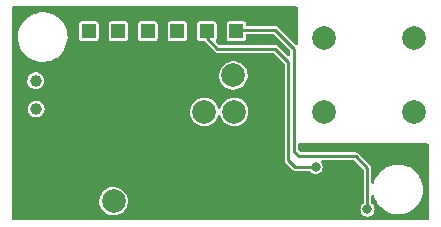
<source format=gbr>
%TF.GenerationSoftware,KiCad,Pcbnew,(5.99.0-10548-gc49af57c2a)*%
%TF.CreationDate,2021-06-24T16:08:38+08:00*%
%TF.ProjectId,facegate-relay-v3-new,66616365-6761-4746-952d-72656c61792d,v01*%
%TF.SameCoordinates,Original*%
%TF.FileFunction,Copper,L2,Bot*%
%TF.FilePolarity,Positive*%
%FSLAX46Y46*%
G04 Gerber Fmt 4.6, Leading zero omitted, Abs format (unit mm)*
G04 Created by KiCad (PCBNEW (5.99.0-10548-gc49af57c2a)) date 2021-06-24 16:08:38*
%MOMM*%
%LPD*%
G01*
G04 APERTURE LIST*
%TA.AperFunction,ComponentPad*%
%ADD10C,2.000000*%
%TD*%
%TA.AperFunction,ComponentPad*%
%ADD11C,1.000000*%
%TD*%
%TA.AperFunction,ComponentPad*%
%ADD12R,1.240000X1.240000*%
%TD*%
%TA.AperFunction,ViaPad*%
%ADD13C,0.800000*%
%TD*%
%TA.AperFunction,Conductor*%
%ADD14C,0.250000*%
%TD*%
G04 APERTURE END LIST*
D10*
%TO.P,NO,2,2*%
%TO.N,Net-(J9-Pad2)*%
X117700000Y-61100000D03*
%TO.P,NO,1,1*%
%TO.N,Net-(J9-Pad1)*%
X125300000Y-61100000D03*
%TD*%
%TO.P,K1,1,1*%
%TO.N,Net-(D1-Pad2)*%
X107575100Y-67330000D03*
%TO.P,K1,2,2*%
%TO.N,Net-(D1-Pad1)*%
X110115100Y-67330000D03*
%TO.P,K1,3,3*%
%TO.N,Net-(J9-Pad2)*%
X117735100Y-67330000D03*
%TO.P,K1,4,4*%
%TO.N,Net-(J9-Pad1)*%
X125355100Y-67330000D03*
%TD*%
D11*
%TO.P,PB,01,01*%
%TO.N,Net-(IC1-Pad2)*%
X93350000Y-67100000D03*
%TD*%
D10*
%TO.P,J-VIN,01,01*%
%TO.N,Net-(J10-Pad01)*%
X110050000Y-64250000D03*
%TD*%
D12*
%TO.P,KILL,01,01*%
%TO.N,Net-(IC1-Pad8)*%
X100300000Y-60500000D03*
%TD*%
%TO.P,LED,01,01*%
%TO.N,Net-(J12-Pad01)*%
X97800000Y-60500000D03*
%TD*%
%TO.P,3.3V,01,01*%
%TO.N,Net-(J6-Pad01)*%
X102800000Y-60500000D03*
%TD*%
D10*
%TO.P,5V-IN,01,01*%
%TO.N,Net-(C1-Pad2)*%
X99900000Y-74900000D03*
%TD*%
D11*
%TO.P,LED,01,01*%
%TO.N,Net-(J13-Pad01)*%
X93300000Y-64700000D03*
%TD*%
D12*
%TO.P,INT,01,01*%
%TO.N,Net-(IC1-Pad5)*%
X105300000Y-60500000D03*
%TD*%
D10*
%TO.P,5V-GND,01,01*%
%TO.N,Earth*%
X97500000Y-74900000D03*
%TD*%
D12*
%TO.P,R-IN,01,01*%
%TO.N,Net-(J4-Pad01)*%
X110300000Y-60500000D03*
%TD*%
D10*
%TO.P,GND,01,01*%
%TO.N,Earth*%
X112500000Y-64200000D03*
%TD*%
D12*
%TO.P,5V,01,01*%
%TO.N,Net-(D1-Pad1)*%
X107800000Y-60500000D03*
%TD*%
D13*
%TO.N,Net-(D1-Pad1)*%
X117000000Y-72000000D03*
%TO.N,Net-(J4-Pad01)*%
X121400000Y-75600000D03*
%TO.N,Earth*%
X96500000Y-63900000D03*
X94400000Y-73000000D03*
X104700000Y-71900000D03*
X117700000Y-74400000D03*
%TD*%
D14*
%TO.N,Net-(J4-Pad01)*%
X121400000Y-72100000D02*
X121400000Y-75600000D01*
X115200000Y-70700000D02*
X115600000Y-71100000D01*
X113600000Y-60400000D02*
X115200000Y-62000000D01*
X110400000Y-60400000D02*
X113600000Y-60400000D01*
X120400000Y-71100000D02*
X121400000Y-72100000D01*
X110300000Y-60500000D02*
X110400000Y-60400000D01*
X115200000Y-62000000D02*
X115200000Y-70700000D01*
X115600000Y-71100000D02*
X120400000Y-71100000D01*
%TO.N,Net-(D1-Pad1)*%
X114700000Y-71400000D02*
X115300000Y-72000000D01*
X115300000Y-72000000D02*
X117000000Y-72000000D01*
X113610277Y-62000000D02*
X114700000Y-63089723D01*
X108700000Y-62000000D02*
X113610277Y-62000000D01*
X114700000Y-63089723D02*
X114700000Y-71400000D01*
X107800000Y-61100000D02*
X108700000Y-62000000D01*
X107800000Y-60500000D02*
X107800000Y-61100000D01*
X117000000Y-72000000D02*
X116900000Y-72000000D01*
%TD*%
%TA.AperFunction,Conductor*%
%TO.N,Earth*%
G36*
X115442121Y-58420002D02*
G01*
X115488614Y-58473658D01*
X115500000Y-58526000D01*
X115500000Y-61535484D01*
X115479998Y-61603605D01*
X115426342Y-61650098D01*
X115356068Y-61660202D01*
X115291488Y-61630708D01*
X115284905Y-61624579D01*
X113843935Y-60183608D01*
X113836508Y-60175504D01*
X113819527Y-60155267D01*
X113819528Y-60155267D01*
X113812441Y-60146822D01*
X113800312Y-60139819D01*
X113779816Y-60127985D01*
X113770548Y-60122081D01*
X113748707Y-60106789D01*
X113748706Y-60106789D01*
X113739675Y-60100465D01*
X113729028Y-60097613D01*
X113725872Y-60096141D01*
X113722586Y-60094945D01*
X113713038Y-60089432D01*
X113702181Y-60087518D01*
X113702179Y-60087517D01*
X113684634Y-60084424D01*
X113675932Y-60082889D01*
X113665200Y-60080510D01*
X113639456Y-60073611D01*
X113639451Y-60073611D01*
X113628805Y-60070758D01*
X113617825Y-60071719D01*
X113617817Y-60071718D01*
X113591510Y-60074020D01*
X113580528Y-60074500D01*
X111251500Y-60074500D01*
X111183379Y-60054498D01*
X111136886Y-60000842D01*
X111125500Y-59948500D01*
X111125500Y-59880000D01*
X111109857Y-59801359D01*
X111102965Y-59791044D01*
X111102964Y-59791042D01*
X111072203Y-59745006D01*
X111065310Y-59734690D01*
X111054994Y-59727797D01*
X111008958Y-59697036D01*
X111008956Y-59697035D01*
X110998641Y-59690143D01*
X110986474Y-59687723D01*
X110986472Y-59687722D01*
X110939963Y-59678471D01*
X110920000Y-59674500D01*
X109680000Y-59674500D01*
X109660037Y-59678471D01*
X109613528Y-59687722D01*
X109613526Y-59687723D01*
X109601359Y-59690143D01*
X109591044Y-59697035D01*
X109591042Y-59697036D01*
X109545006Y-59727797D01*
X109534690Y-59734690D01*
X109527797Y-59745006D01*
X109497036Y-59791042D01*
X109497035Y-59791044D01*
X109490143Y-59801359D01*
X109474500Y-59880000D01*
X109474500Y-61120000D01*
X109490143Y-61198641D01*
X109497035Y-61208956D01*
X109497036Y-61208958D01*
X109527797Y-61254994D01*
X109534690Y-61265310D01*
X109545006Y-61272203D01*
X109591042Y-61302964D01*
X109591044Y-61302965D01*
X109601359Y-61309857D01*
X109613526Y-61312277D01*
X109613528Y-61312278D01*
X109655169Y-61320561D01*
X109680000Y-61325500D01*
X110920000Y-61325500D01*
X110944831Y-61320561D01*
X110986472Y-61312278D01*
X110986474Y-61312277D01*
X110998641Y-61309857D01*
X111008956Y-61302965D01*
X111008958Y-61302964D01*
X111054994Y-61272203D01*
X111065310Y-61265310D01*
X111072203Y-61254994D01*
X111102964Y-61208958D01*
X111102965Y-61208956D01*
X111109857Y-61198641D01*
X111125500Y-61120000D01*
X111125500Y-60851500D01*
X111145502Y-60783379D01*
X111199158Y-60736886D01*
X111251500Y-60725500D01*
X113412983Y-60725500D01*
X113481104Y-60745502D01*
X113502078Y-60762405D01*
X114837595Y-62097921D01*
X114871620Y-62160233D01*
X114874500Y-62187016D01*
X114874500Y-62499706D01*
X114854498Y-62567827D01*
X114800842Y-62614320D01*
X114730568Y-62624424D01*
X114665988Y-62594930D01*
X114659405Y-62588801D01*
X113854212Y-61783608D01*
X113846785Y-61775504D01*
X113841417Y-61769106D01*
X113822718Y-61746822D01*
X113813168Y-61741308D01*
X113790093Y-61727985D01*
X113780825Y-61722081D01*
X113758984Y-61706789D01*
X113758983Y-61706789D01*
X113749952Y-61700465D01*
X113739305Y-61697613D01*
X113736149Y-61696141D01*
X113732863Y-61694945D01*
X113723315Y-61689432D01*
X113712458Y-61687518D01*
X113712456Y-61687517D01*
X113694911Y-61684424D01*
X113686209Y-61682889D01*
X113675477Y-61680510D01*
X113649733Y-61673611D01*
X113649728Y-61673611D01*
X113639082Y-61670758D01*
X113628102Y-61671719D01*
X113628094Y-61671718D01*
X113601787Y-61674020D01*
X113590805Y-61674500D01*
X108887017Y-61674500D01*
X108818896Y-61654498D01*
X108797922Y-61637595D01*
X108582484Y-61422157D01*
X108548458Y-61359845D01*
X108553523Y-61289030D01*
X108566814Y-61263061D01*
X108602962Y-61208961D01*
X108602963Y-61208958D01*
X108609857Y-61198641D01*
X108625500Y-61120000D01*
X108625500Y-59880000D01*
X108609857Y-59801359D01*
X108602965Y-59791044D01*
X108602964Y-59791042D01*
X108572203Y-59745006D01*
X108565310Y-59734690D01*
X108554994Y-59727797D01*
X108508958Y-59697036D01*
X108508956Y-59697035D01*
X108498641Y-59690143D01*
X108486474Y-59687723D01*
X108486472Y-59687722D01*
X108439963Y-59678471D01*
X108420000Y-59674500D01*
X107180000Y-59674500D01*
X107160037Y-59678471D01*
X107113528Y-59687722D01*
X107113526Y-59687723D01*
X107101359Y-59690143D01*
X107091044Y-59697035D01*
X107091042Y-59697036D01*
X107045006Y-59727797D01*
X107034690Y-59734690D01*
X107027797Y-59745006D01*
X106997036Y-59791042D01*
X106997035Y-59791044D01*
X106990143Y-59801359D01*
X106974500Y-59880000D01*
X106974500Y-61120000D01*
X106990143Y-61198641D01*
X106997035Y-61208956D01*
X106997036Y-61208958D01*
X107027797Y-61254994D01*
X107034690Y-61265310D01*
X107045006Y-61272203D01*
X107091042Y-61302964D01*
X107091044Y-61302965D01*
X107101359Y-61309857D01*
X107113526Y-61312277D01*
X107113528Y-61312278D01*
X107155169Y-61320561D01*
X107180000Y-61325500D01*
X107512983Y-61325500D01*
X107581104Y-61345502D01*
X107602078Y-61362405D01*
X108456065Y-62216392D01*
X108463492Y-62224496D01*
X108487559Y-62253178D01*
X108497108Y-62258691D01*
X108497109Y-62258692D01*
X108520184Y-62272015D01*
X108529452Y-62277919D01*
X108551295Y-62293213D01*
X108551298Y-62293215D01*
X108560325Y-62299535D01*
X108570970Y-62302388D01*
X108574134Y-62303863D01*
X108577418Y-62305058D01*
X108586962Y-62310568D01*
X108597816Y-62312482D01*
X108597819Y-62312483D01*
X108624067Y-62317112D01*
X108634795Y-62319490D01*
X108660541Y-62326388D01*
X108660543Y-62326388D01*
X108671194Y-62329242D01*
X108708490Y-62325979D01*
X108719472Y-62325500D01*
X113423260Y-62325500D01*
X113491381Y-62345502D01*
X113512355Y-62362405D01*
X114337595Y-63187645D01*
X114371621Y-63249957D01*
X114374500Y-63276740D01*
X114374500Y-71380528D01*
X114374020Y-71391510D01*
X114371718Y-71417817D01*
X114371719Y-71417825D01*
X114370758Y-71428805D01*
X114373611Y-71439451D01*
X114373611Y-71439456D01*
X114380510Y-71465200D01*
X114382889Y-71475932D01*
X114389432Y-71513038D01*
X114394945Y-71522586D01*
X114396141Y-71525872D01*
X114397613Y-71529028D01*
X114400465Y-71539675D01*
X114406789Y-71548706D01*
X114406789Y-71548707D01*
X114422081Y-71570548D01*
X114427985Y-71579816D01*
X114438542Y-71598100D01*
X114446822Y-71612441D01*
X114455267Y-71619527D01*
X114475504Y-71636508D01*
X114483608Y-71643935D01*
X115056065Y-72216392D01*
X115063492Y-72224496D01*
X115087559Y-72253178D01*
X115097108Y-72258691D01*
X115097109Y-72258692D01*
X115120184Y-72272015D01*
X115129452Y-72277919D01*
X115151295Y-72293213D01*
X115151298Y-72293215D01*
X115160325Y-72299535D01*
X115170970Y-72302388D01*
X115174134Y-72303863D01*
X115177418Y-72305058D01*
X115186962Y-72310568D01*
X115197816Y-72312482D01*
X115197819Y-72312483D01*
X115224067Y-72317112D01*
X115234795Y-72319490D01*
X115260541Y-72326388D01*
X115260543Y-72326388D01*
X115271194Y-72329242D01*
X115308490Y-72325979D01*
X115319472Y-72325500D01*
X116430942Y-72325500D01*
X116499063Y-72345502D01*
X116530905Y-72374796D01*
X116571847Y-72428153D01*
X116697250Y-72524378D01*
X116843285Y-72584868D01*
X117000000Y-72605500D01*
X117008188Y-72604422D01*
X117148527Y-72585946D01*
X117156715Y-72584868D01*
X117302750Y-72524378D01*
X117428153Y-72428153D01*
X117524378Y-72302750D01*
X117584868Y-72156715D01*
X117605500Y-72000000D01*
X117584868Y-71843285D01*
X117524378Y-71697250D01*
X117519350Y-71690697D01*
X117519348Y-71690694D01*
X117471398Y-71628204D01*
X117445797Y-71561984D01*
X117460062Y-71492435D01*
X117509663Y-71441639D01*
X117571360Y-71425500D01*
X120212982Y-71425500D01*
X120281103Y-71445502D01*
X120302077Y-71462404D01*
X121037595Y-72197921D01*
X121071620Y-72260234D01*
X121074500Y-72287017D01*
X121074500Y-75030942D01*
X121054498Y-75099063D01*
X121025204Y-75130905D01*
X120971847Y-75171847D01*
X120875622Y-75297250D01*
X120815132Y-75443285D01*
X120794500Y-75600000D01*
X120815132Y-75756715D01*
X120875622Y-75902750D01*
X120971847Y-76028153D01*
X121097250Y-76124378D01*
X121243285Y-76184868D01*
X121400000Y-76205500D01*
X121408188Y-76204422D01*
X121548527Y-76185946D01*
X121556715Y-76184868D01*
X121702750Y-76124378D01*
X121828153Y-76028153D01*
X121924378Y-75902750D01*
X121984868Y-75756715D01*
X122005500Y-75600000D01*
X121984868Y-75443285D01*
X121924378Y-75297250D01*
X121828153Y-75171847D01*
X121774796Y-75130905D01*
X121732929Y-75073567D01*
X121725500Y-75030942D01*
X121725500Y-74498795D01*
X121745502Y-74430674D01*
X121799158Y-74384181D01*
X121869432Y-74374077D01*
X121934012Y-74403571D01*
X121970707Y-74457981D01*
X122059017Y-74715914D01*
X122187708Y-74971787D01*
X122226468Y-75028183D01*
X122331783Y-75181418D01*
X122349933Y-75207827D01*
X122542693Y-75419666D01*
X122545982Y-75422416D01*
X122759126Y-75600633D01*
X122759131Y-75600637D01*
X122762418Y-75603385D01*
X122823048Y-75641418D01*
X123001404Y-75753301D01*
X123001408Y-75753303D01*
X123005044Y-75755584D01*
X123008954Y-75757349D01*
X123008955Y-75757350D01*
X123262170Y-75871681D01*
X123262174Y-75871683D01*
X123266082Y-75873447D01*
X123540699Y-75954793D01*
X123544933Y-75955441D01*
X123544938Y-75955442D01*
X123793635Y-75993498D01*
X123823816Y-75998116D01*
X123969700Y-76000407D01*
X124105902Y-76002547D01*
X124105908Y-76002547D01*
X124110193Y-76002614D01*
X124394531Y-75968206D01*
X124671569Y-75895526D01*
X124936179Y-75785921D01*
X124986160Y-75756715D01*
X125179769Y-75643579D01*
X125179770Y-75643579D01*
X125183467Y-75641418D01*
X125408854Y-75464691D01*
X125608173Y-75259011D01*
X125777732Y-75028183D01*
X125914397Y-74776479D01*
X126015636Y-74508556D01*
X126079578Y-74229373D01*
X126105038Y-73944094D01*
X126105500Y-73900000D01*
X126094798Y-73743016D01*
X126086312Y-73618528D01*
X126086311Y-73618522D01*
X126086020Y-73614251D01*
X126081500Y-73592422D01*
X126028808Y-73337986D01*
X126027939Y-73333789D01*
X125932332Y-73063805D01*
X125800969Y-72809294D01*
X125790431Y-72794299D01*
X125718625Y-72692130D01*
X125636281Y-72574966D01*
X125441314Y-72365157D01*
X125437998Y-72362443D01*
X125437995Y-72362440D01*
X125222995Y-72186463D01*
X125222988Y-72186458D01*
X125219677Y-72183748D01*
X124975470Y-72034098D01*
X124971553Y-72032379D01*
X124971550Y-72032377D01*
X124838849Y-71974126D01*
X124713213Y-71918976D01*
X124709085Y-71917800D01*
X124709082Y-71917799D01*
X124624598Y-71893733D01*
X124437758Y-71840510D01*
X124433516Y-71839906D01*
X124433510Y-71839905D01*
X124224946Y-71810222D01*
X124154203Y-71800154D01*
X124003813Y-71799367D01*
X123872081Y-71798677D01*
X123872075Y-71798677D01*
X123867795Y-71798655D01*
X123863551Y-71799214D01*
X123863547Y-71799214D01*
X123738910Y-71815623D01*
X123583832Y-71836039D01*
X123579692Y-71837172D01*
X123579690Y-71837172D01*
X123421410Y-71880473D01*
X123307571Y-71911616D01*
X123276291Y-71924958D01*
X123048065Y-72022304D01*
X123048058Y-72022308D01*
X123044123Y-72023986D01*
X123040442Y-72026189D01*
X122802045Y-72168866D01*
X122802041Y-72168869D01*
X122798363Y-72171070D01*
X122795020Y-72173748D01*
X122795016Y-72173751D01*
X122718783Y-72234826D01*
X122574838Y-72350148D01*
X122571894Y-72353250D01*
X122571890Y-72353254D01*
X122409499Y-72524378D01*
X122377684Y-72557904D01*
X122210551Y-72790495D01*
X122076530Y-73043616D01*
X121978102Y-73312584D01*
X121977188Y-73316776D01*
X121974608Y-73328609D01*
X121940553Y-73390905D01*
X121878225Y-73424900D01*
X121807411Y-73419802D01*
X121750596Y-73377228D01*
X121725817Y-73310696D01*
X121725500Y-73301767D01*
X121725500Y-72119484D01*
X121725979Y-72108502D01*
X121728282Y-72082174D01*
X121729243Y-72071195D01*
X121719490Y-72034798D01*
X121717110Y-72024064D01*
X121712483Y-71997820D01*
X121712482Y-71997818D01*
X121710568Y-71986962D01*
X121705054Y-71977411D01*
X121703858Y-71974126D01*
X121702388Y-71970974D01*
X121699535Y-71960326D01*
X121677926Y-71929465D01*
X121672021Y-71920195D01*
X121658692Y-71897108D01*
X121658689Y-71897104D01*
X121653178Y-71887559D01*
X121624490Y-71863487D01*
X121616397Y-71856071D01*
X120643923Y-70883596D01*
X120636508Y-70875504D01*
X120619527Y-70855267D01*
X120619528Y-70855267D01*
X120612441Y-70846822D01*
X120602891Y-70841308D01*
X120579816Y-70827985D01*
X120570548Y-70822081D01*
X120548707Y-70806789D01*
X120548706Y-70806789D01*
X120539675Y-70800465D01*
X120529028Y-70797613D01*
X120525872Y-70796141D01*
X120522586Y-70794945D01*
X120513038Y-70789432D01*
X120502181Y-70787518D01*
X120502179Y-70787517D01*
X120484634Y-70784424D01*
X120475932Y-70782889D01*
X120465200Y-70780510D01*
X120439456Y-70773611D01*
X120439451Y-70773611D01*
X120428805Y-70770758D01*
X120417825Y-70771719D01*
X120417817Y-70771718D01*
X120391510Y-70774020D01*
X120380528Y-70774500D01*
X115787017Y-70774500D01*
X115718896Y-70754498D01*
X115697922Y-70737595D01*
X115562405Y-70602078D01*
X115528379Y-70539766D01*
X115525500Y-70512983D01*
X115525500Y-70126000D01*
X115545502Y-70057879D01*
X115599158Y-70011386D01*
X115651500Y-70000000D01*
X126474000Y-70000000D01*
X126542121Y-70020002D01*
X126588614Y-70073658D01*
X126600000Y-70126000D01*
X126600000Y-76374000D01*
X126579998Y-76442121D01*
X126526342Y-76488614D01*
X126474000Y-76500000D01*
X91426000Y-76500000D01*
X91357879Y-76479998D01*
X91311386Y-76426342D01*
X91300000Y-76374000D01*
X91300000Y-74868444D01*
X98694913Y-74868444D01*
X98709342Y-75088582D01*
X98763646Y-75302404D01*
X98856006Y-75502750D01*
X98983331Y-75682910D01*
X99141354Y-75836849D01*
X99146150Y-75840054D01*
X99146153Y-75840056D01*
X99249786Y-75909301D01*
X99324785Y-75959414D01*
X99330088Y-75961692D01*
X99330091Y-75961694D01*
X99496470Y-76033176D01*
X99527480Y-76046499D01*
X99606501Y-76064380D01*
X99737014Y-76093912D01*
X99737019Y-76093913D01*
X99742651Y-76095187D01*
X99748422Y-76095414D01*
X99748424Y-76095414D01*
X99816147Y-76098075D01*
X99963091Y-76103848D01*
X100072254Y-76088020D01*
X100175704Y-76073021D01*
X100175709Y-76073020D01*
X100181418Y-76072192D01*
X100186882Y-76070337D01*
X100186887Y-76070336D01*
X100384853Y-76003135D01*
X100390321Y-76001279D01*
X100582803Y-75893484D01*
X100752417Y-75752417D01*
X100893484Y-75582803D01*
X101001279Y-75390321D01*
X101047026Y-75255555D01*
X101070336Y-75186887D01*
X101070337Y-75186882D01*
X101072192Y-75181418D01*
X101073020Y-75175709D01*
X101073021Y-75175704D01*
X101094410Y-75028183D01*
X101103848Y-74963091D01*
X101105500Y-74900000D01*
X101088585Y-74715914D01*
X101085843Y-74686069D01*
X101085842Y-74686066D01*
X101085314Y-74680315D01*
X101025431Y-74467987D01*
X101013698Y-74444193D01*
X100930413Y-74275309D01*
X100927858Y-74270128D01*
X100911747Y-74248552D01*
X100799314Y-74097987D01*
X100799313Y-74097986D01*
X100795861Y-74093363D01*
X100791625Y-74089447D01*
X100638103Y-73947533D01*
X100638101Y-73947531D01*
X100633862Y-73943613D01*
X100447286Y-73825892D01*
X100242380Y-73744143D01*
X100236720Y-73743017D01*
X100236716Y-73743016D01*
X100031676Y-73702231D01*
X100031673Y-73702231D01*
X100026009Y-73701104D01*
X100020234Y-73701028D01*
X100020230Y-73701028D01*
X99909323Y-73699576D01*
X99805418Y-73698216D01*
X99799721Y-73699195D01*
X99799720Y-73699195D01*
X99593691Y-73734597D01*
X99587994Y-73735576D01*
X99381019Y-73811933D01*
X99376058Y-73814885D01*
X99376057Y-73814885D01*
X99196393Y-73921774D01*
X99196390Y-73921776D01*
X99191425Y-73924730D01*
X99025561Y-74070189D01*
X98888983Y-74243438D01*
X98886294Y-74248549D01*
X98886292Y-74248552D01*
X98833950Y-74348038D01*
X98786263Y-74438675D01*
X98720843Y-74649362D01*
X98694913Y-74868444D01*
X91300000Y-74868444D01*
X91300000Y-67092612D01*
X92644539Y-67092612D01*
X92663140Y-67261102D01*
X92687001Y-67326305D01*
X92711442Y-67393091D01*
X92721395Y-67420290D01*
X92725631Y-67426593D01*
X92725631Y-67426594D01*
X92734557Y-67439877D01*
X92815940Y-67560988D01*
X92941317Y-67675073D01*
X93090288Y-67755957D01*
X93254253Y-67798973D01*
X93342481Y-67800359D01*
X93416147Y-67801516D01*
X93416150Y-67801516D01*
X93423745Y-67801635D01*
X93482841Y-67788100D01*
X93581577Y-67765487D01*
X93581581Y-67765486D01*
X93588980Y-67763791D01*
X93740418Y-67687626D01*
X93869316Y-67577536D01*
X93968234Y-67439877D01*
X94012405Y-67330000D01*
X94025091Y-67298444D01*
X106370013Y-67298444D01*
X106384442Y-67518582D01*
X106438746Y-67732404D01*
X106531106Y-67932750D01*
X106658431Y-68112910D01*
X106816454Y-68266849D01*
X106821250Y-68270054D01*
X106821253Y-68270056D01*
X106895690Y-68319793D01*
X106999885Y-68389414D01*
X107005188Y-68391692D01*
X107005191Y-68391694D01*
X107197273Y-68474219D01*
X107202580Y-68476499D01*
X107281601Y-68494380D01*
X107412114Y-68523912D01*
X107412119Y-68523913D01*
X107417751Y-68525187D01*
X107423522Y-68525414D01*
X107423524Y-68525414D01*
X107491247Y-68528075D01*
X107638191Y-68533848D01*
X107747355Y-68518020D01*
X107850804Y-68503021D01*
X107850809Y-68503020D01*
X107856518Y-68502192D01*
X107861982Y-68500337D01*
X107861987Y-68500336D01*
X108059953Y-68433135D01*
X108065421Y-68431279D01*
X108257903Y-68323484D01*
X108427517Y-68182417D01*
X108568584Y-68012803D01*
X108676379Y-67820321D01*
X108725384Y-67675957D01*
X108766221Y-67617881D01*
X108831974Y-67591103D01*
X108901766Y-67604124D01*
X108953440Y-67652811D01*
X108966819Y-67685442D01*
X108978746Y-67732404D01*
X109071106Y-67932750D01*
X109198431Y-68112910D01*
X109356454Y-68266849D01*
X109361250Y-68270054D01*
X109361253Y-68270056D01*
X109435690Y-68319793D01*
X109539885Y-68389414D01*
X109545188Y-68391692D01*
X109545191Y-68391694D01*
X109737273Y-68474219D01*
X109742580Y-68476499D01*
X109821601Y-68494380D01*
X109952114Y-68523912D01*
X109952119Y-68523913D01*
X109957751Y-68525187D01*
X109963522Y-68525414D01*
X109963524Y-68525414D01*
X110031247Y-68528075D01*
X110178191Y-68533848D01*
X110287355Y-68518020D01*
X110390804Y-68503021D01*
X110390809Y-68503020D01*
X110396518Y-68502192D01*
X110401982Y-68500337D01*
X110401987Y-68500336D01*
X110599953Y-68433135D01*
X110605421Y-68431279D01*
X110797903Y-68323484D01*
X110967517Y-68182417D01*
X111108584Y-68012803D01*
X111216379Y-67820321D01*
X111238228Y-67755957D01*
X111285436Y-67616887D01*
X111285437Y-67616882D01*
X111287292Y-67611418D01*
X111288120Y-67605709D01*
X111288121Y-67605704D01*
X111315004Y-67420290D01*
X111318948Y-67393091D01*
X111320600Y-67330000D01*
X111300414Y-67110315D01*
X111289525Y-67071707D01*
X111242099Y-66903546D01*
X111242098Y-66903544D01*
X111240531Y-66897987D01*
X111228798Y-66874193D01*
X111145513Y-66705309D01*
X111142958Y-66700128D01*
X111126847Y-66678552D01*
X111014414Y-66527987D01*
X111014413Y-66527986D01*
X111010961Y-66523363D01*
X111004211Y-66517123D01*
X110853203Y-66377533D01*
X110853201Y-66377531D01*
X110848962Y-66373613D01*
X110662386Y-66255892D01*
X110457480Y-66174143D01*
X110451820Y-66173017D01*
X110451816Y-66173016D01*
X110246776Y-66132231D01*
X110246773Y-66132231D01*
X110241109Y-66131104D01*
X110235334Y-66131028D01*
X110235330Y-66131028D01*
X110124423Y-66129576D01*
X110020518Y-66128216D01*
X110014821Y-66129195D01*
X110014820Y-66129195D01*
X109808791Y-66164597D01*
X109803094Y-66165576D01*
X109596119Y-66241933D01*
X109591158Y-66244885D01*
X109591157Y-66244885D01*
X109411493Y-66351774D01*
X109411490Y-66351776D01*
X109406525Y-66354730D01*
X109240661Y-66500189D01*
X109104083Y-66673438D01*
X109101394Y-66678549D01*
X109101392Y-66678552D01*
X109058331Y-66760398D01*
X109001363Y-66868675D01*
X108999650Y-66874193D01*
X108999647Y-66874200D01*
X108965524Y-66984092D01*
X108926221Y-67043217D01*
X108861192Y-67071707D01*
X108791083Y-67060517D01*
X108738153Y-67013200D01*
X108723923Y-66980928D01*
X108702100Y-66903548D01*
X108702098Y-66903542D01*
X108700531Y-66897987D01*
X108688798Y-66874193D01*
X108605513Y-66705309D01*
X108602958Y-66700128D01*
X108586847Y-66678552D01*
X108474414Y-66527987D01*
X108474413Y-66527986D01*
X108470961Y-66523363D01*
X108464211Y-66517123D01*
X108313203Y-66377533D01*
X108313201Y-66377531D01*
X108308962Y-66373613D01*
X108122386Y-66255892D01*
X107917480Y-66174143D01*
X107911820Y-66173017D01*
X107911816Y-66173016D01*
X107706776Y-66132231D01*
X107706773Y-66132231D01*
X107701109Y-66131104D01*
X107695334Y-66131028D01*
X107695330Y-66131028D01*
X107584423Y-66129576D01*
X107480518Y-66128216D01*
X107474821Y-66129195D01*
X107474820Y-66129195D01*
X107268791Y-66164597D01*
X107263094Y-66165576D01*
X107056119Y-66241933D01*
X107051158Y-66244885D01*
X107051157Y-66244885D01*
X106871493Y-66351774D01*
X106871490Y-66351776D01*
X106866525Y-66354730D01*
X106700661Y-66500189D01*
X106564083Y-66673438D01*
X106561394Y-66678549D01*
X106561392Y-66678552D01*
X106518331Y-66760398D01*
X106461363Y-66868675D01*
X106426508Y-66980928D01*
X106401795Y-67060517D01*
X106395943Y-67079362D01*
X106370013Y-67298444D01*
X94025091Y-67298444D01*
X94028626Y-67289650D01*
X94028627Y-67289648D01*
X94031461Y-67282597D01*
X94055345Y-67114775D01*
X94055500Y-67100000D01*
X94053695Y-67085081D01*
X94036048Y-66939258D01*
X94036048Y-66939257D01*
X94035135Y-66931715D01*
X94032427Y-66924549D01*
X93977902Y-66780250D01*
X93977901Y-66780248D01*
X93975217Y-66773145D01*
X93970918Y-66766890D01*
X93970916Y-66766886D01*
X93883505Y-66639703D01*
X93883504Y-66639701D01*
X93879203Y-66633444D01*
X93752638Y-66520679D01*
X93602829Y-66441359D01*
X93438423Y-66400063D01*
X93430825Y-66400023D01*
X93430823Y-66400023D01*
X93357792Y-66399641D01*
X93268912Y-66399176D01*
X93261533Y-66400948D01*
X93261529Y-66400948D01*
X93111461Y-66436976D01*
X93111457Y-66436977D01*
X93104082Y-66438748D01*
X92953450Y-66516495D01*
X92825711Y-66627928D01*
X92728240Y-66766615D01*
X92666665Y-66924549D01*
X92665674Y-66932078D01*
X92647010Y-67073845D01*
X92644539Y-67092612D01*
X91300000Y-67092612D01*
X91300000Y-64692612D01*
X92594539Y-64692612D01*
X92613140Y-64861102D01*
X92671395Y-65020290D01*
X92675631Y-65026593D01*
X92675631Y-65026594D01*
X92679875Y-65032910D01*
X92765940Y-65160988D01*
X92891317Y-65275073D01*
X93040288Y-65355957D01*
X93204253Y-65398973D01*
X93292481Y-65400359D01*
X93366147Y-65401516D01*
X93366150Y-65401516D01*
X93373745Y-65401635D01*
X93432841Y-65388100D01*
X93531577Y-65365487D01*
X93531581Y-65365486D01*
X93538980Y-65363791D01*
X93690418Y-65287626D01*
X93819316Y-65177536D01*
X93918234Y-65039877D01*
X93981461Y-64882597D01*
X94000993Y-64745356D01*
X94004764Y-64718859D01*
X94004764Y-64718856D01*
X94005345Y-64714775D01*
X94005500Y-64700000D01*
X93999740Y-64652404D01*
X93986048Y-64539258D01*
X93986048Y-64539257D01*
X93985135Y-64531715D01*
X93982427Y-64524549D01*
X93927902Y-64380250D01*
X93927901Y-64380248D01*
X93925217Y-64373145D01*
X93920918Y-64366890D01*
X93920916Y-64366886D01*
X93833505Y-64239703D01*
X93833504Y-64239701D01*
X93829203Y-64233444D01*
X93812368Y-64218444D01*
X108844913Y-64218444D01*
X108859342Y-64438582D01*
X108913646Y-64652404D01*
X109006006Y-64852750D01*
X109133331Y-65032910D01*
X109291354Y-65186849D01*
X109296150Y-65190054D01*
X109296153Y-65190056D01*
X109423390Y-65275073D01*
X109474785Y-65309414D01*
X109480088Y-65311692D01*
X109480091Y-65311694D01*
X109583116Y-65355957D01*
X109677480Y-65396499D01*
X109756501Y-65414380D01*
X109887014Y-65443912D01*
X109887019Y-65443913D01*
X109892651Y-65445187D01*
X109898422Y-65445414D01*
X109898424Y-65445414D01*
X109966147Y-65448075D01*
X110113091Y-65453848D01*
X110222255Y-65438020D01*
X110325704Y-65423021D01*
X110325709Y-65423020D01*
X110331418Y-65422192D01*
X110336882Y-65420337D01*
X110336887Y-65420336D01*
X110534853Y-65353135D01*
X110540321Y-65351279D01*
X110732803Y-65243484D01*
X110902417Y-65102417D01*
X111043484Y-64932803D01*
X111151279Y-64740321D01*
X111222192Y-64531418D01*
X111223020Y-64525709D01*
X111223021Y-64525704D01*
X111244110Y-64380250D01*
X111253848Y-64313091D01*
X111255500Y-64250000D01*
X111242913Y-64113012D01*
X111235843Y-64036069D01*
X111235842Y-64036066D01*
X111235314Y-64030315D01*
X111175431Y-63817987D01*
X111163698Y-63794193D01*
X111080413Y-63625309D01*
X111077858Y-63620128D01*
X111061747Y-63598552D01*
X110949314Y-63447987D01*
X110949313Y-63447986D01*
X110945861Y-63443363D01*
X110941625Y-63439447D01*
X110788103Y-63297533D01*
X110788101Y-63297531D01*
X110783862Y-63293613D01*
X110597286Y-63175892D01*
X110392380Y-63094143D01*
X110386720Y-63093017D01*
X110386716Y-63093016D01*
X110181676Y-63052231D01*
X110181673Y-63052231D01*
X110176009Y-63051104D01*
X110170234Y-63051028D01*
X110170230Y-63051028D01*
X110059323Y-63049576D01*
X109955418Y-63048216D01*
X109949721Y-63049195D01*
X109949720Y-63049195D01*
X109845408Y-63067119D01*
X109737994Y-63085576D01*
X109531019Y-63161933D01*
X109526058Y-63164885D01*
X109526057Y-63164885D01*
X109346393Y-63271774D01*
X109346390Y-63271776D01*
X109341425Y-63274730D01*
X109175561Y-63420189D01*
X109038983Y-63593438D01*
X109036294Y-63598549D01*
X109036292Y-63598552D01*
X108983950Y-63698038D01*
X108936263Y-63788675D01*
X108870843Y-63999362D01*
X108844913Y-64218444D01*
X93812368Y-64218444D01*
X93805931Y-64212709D01*
X93708309Y-64125732D01*
X93702638Y-64120679D01*
X93552829Y-64041359D01*
X93388423Y-64000063D01*
X93380825Y-64000023D01*
X93380823Y-64000023D01*
X93307792Y-63999641D01*
X93218912Y-63999176D01*
X93211533Y-64000948D01*
X93211529Y-64000948D01*
X93061461Y-64036976D01*
X93061457Y-64036977D01*
X93054082Y-64038748D01*
X92903450Y-64116495D01*
X92775711Y-64227928D01*
X92678240Y-64366615D01*
X92616665Y-64524549D01*
X92615674Y-64532078D01*
X92599142Y-64657651D01*
X92594539Y-64692612D01*
X91300000Y-64692612D01*
X91300000Y-60977952D01*
X91794615Y-60977952D01*
X91811102Y-61263889D01*
X91811927Y-61268096D01*
X91811928Y-61268101D01*
X91824769Y-61333551D01*
X91866243Y-61544943D01*
X91867630Y-61548994D01*
X91867631Y-61548998D01*
X91957628Y-61811859D01*
X91957632Y-61811868D01*
X91959017Y-61815914D01*
X92087708Y-62071787D01*
X92148495Y-62160233D01*
X92247209Y-62303863D01*
X92249933Y-62307827D01*
X92442693Y-62519666D01*
X92445982Y-62522416D01*
X92659126Y-62700633D01*
X92659131Y-62700637D01*
X92662418Y-62703385D01*
X92723048Y-62741418D01*
X92901404Y-62853301D01*
X92901408Y-62853303D01*
X92905044Y-62855584D01*
X92908954Y-62857349D01*
X92908955Y-62857350D01*
X93162170Y-62971681D01*
X93162174Y-62971683D01*
X93166082Y-62973447D01*
X93440699Y-63054793D01*
X93444933Y-63055441D01*
X93444938Y-63055442D01*
X93654943Y-63087577D01*
X93723816Y-63098116D01*
X93869700Y-63100407D01*
X94005902Y-63102547D01*
X94005908Y-63102547D01*
X94010193Y-63102614D01*
X94294531Y-63068206D01*
X94571569Y-62995526D01*
X94836179Y-62885921D01*
X94976549Y-62803896D01*
X95079769Y-62743579D01*
X95079770Y-62743579D01*
X95083467Y-62741418D01*
X95308854Y-62564691D01*
X95508173Y-62359011D01*
X95677732Y-62128183D01*
X95814397Y-61876479D01*
X95915636Y-61608556D01*
X95979578Y-61329373D01*
X96005038Y-61044094D01*
X96005500Y-61000000D01*
X95989303Y-60762405D01*
X95986312Y-60718528D01*
X95986311Y-60718522D01*
X95986020Y-60714251D01*
X95981500Y-60692422D01*
X95928808Y-60437986D01*
X95927939Y-60433789D01*
X95832332Y-60163805D01*
X95775914Y-60054498D01*
X95702934Y-59913101D01*
X95702934Y-59913100D01*
X95700969Y-59909294D01*
X95690431Y-59894299D01*
X95680381Y-59880000D01*
X96974500Y-59880000D01*
X96974500Y-61120000D01*
X96990143Y-61198641D01*
X96997035Y-61208956D01*
X96997036Y-61208958D01*
X97027797Y-61254994D01*
X97034690Y-61265310D01*
X97045006Y-61272203D01*
X97091042Y-61302964D01*
X97091044Y-61302965D01*
X97101359Y-61309857D01*
X97113526Y-61312277D01*
X97113528Y-61312278D01*
X97155169Y-61320561D01*
X97180000Y-61325500D01*
X98420000Y-61325500D01*
X98444831Y-61320561D01*
X98486472Y-61312278D01*
X98486474Y-61312277D01*
X98498641Y-61309857D01*
X98508956Y-61302965D01*
X98508958Y-61302964D01*
X98554994Y-61272203D01*
X98565310Y-61265310D01*
X98572203Y-61254994D01*
X98602964Y-61208958D01*
X98602965Y-61208956D01*
X98609857Y-61198641D01*
X98625500Y-61120000D01*
X98625500Y-59880000D01*
X99474500Y-59880000D01*
X99474500Y-61120000D01*
X99490143Y-61198641D01*
X99497035Y-61208956D01*
X99497036Y-61208958D01*
X99527797Y-61254994D01*
X99534690Y-61265310D01*
X99545006Y-61272203D01*
X99591042Y-61302964D01*
X99591044Y-61302965D01*
X99601359Y-61309857D01*
X99613526Y-61312277D01*
X99613528Y-61312278D01*
X99655169Y-61320561D01*
X99680000Y-61325500D01*
X100920000Y-61325500D01*
X100944831Y-61320561D01*
X100986472Y-61312278D01*
X100986474Y-61312277D01*
X100998641Y-61309857D01*
X101008956Y-61302965D01*
X101008958Y-61302964D01*
X101054994Y-61272203D01*
X101065310Y-61265310D01*
X101072203Y-61254994D01*
X101102964Y-61208958D01*
X101102965Y-61208956D01*
X101109857Y-61198641D01*
X101125500Y-61120000D01*
X101125500Y-59880000D01*
X101974500Y-59880000D01*
X101974500Y-61120000D01*
X101990143Y-61198641D01*
X101997035Y-61208956D01*
X101997036Y-61208958D01*
X102027797Y-61254994D01*
X102034690Y-61265310D01*
X102045006Y-61272203D01*
X102091042Y-61302964D01*
X102091044Y-61302965D01*
X102101359Y-61309857D01*
X102113526Y-61312277D01*
X102113528Y-61312278D01*
X102155169Y-61320561D01*
X102180000Y-61325500D01*
X103420000Y-61325500D01*
X103444831Y-61320561D01*
X103486472Y-61312278D01*
X103486474Y-61312277D01*
X103498641Y-61309857D01*
X103508956Y-61302965D01*
X103508958Y-61302964D01*
X103554994Y-61272203D01*
X103565310Y-61265310D01*
X103572203Y-61254994D01*
X103602964Y-61208958D01*
X103602965Y-61208956D01*
X103609857Y-61198641D01*
X103625500Y-61120000D01*
X103625500Y-59880000D01*
X104474500Y-59880000D01*
X104474500Y-61120000D01*
X104490143Y-61198641D01*
X104497035Y-61208956D01*
X104497036Y-61208958D01*
X104527797Y-61254994D01*
X104534690Y-61265310D01*
X104545006Y-61272203D01*
X104591042Y-61302964D01*
X104591044Y-61302965D01*
X104601359Y-61309857D01*
X104613526Y-61312277D01*
X104613528Y-61312278D01*
X104655169Y-61320561D01*
X104680000Y-61325500D01*
X105920000Y-61325500D01*
X105944831Y-61320561D01*
X105986472Y-61312278D01*
X105986474Y-61312277D01*
X105998641Y-61309857D01*
X106008956Y-61302965D01*
X106008958Y-61302964D01*
X106054994Y-61272203D01*
X106065310Y-61265310D01*
X106072203Y-61254994D01*
X106102964Y-61208958D01*
X106102965Y-61208956D01*
X106109857Y-61198641D01*
X106125500Y-61120000D01*
X106125500Y-59880000D01*
X106109857Y-59801359D01*
X106102965Y-59791044D01*
X106102964Y-59791042D01*
X106072203Y-59745006D01*
X106065310Y-59734690D01*
X106054994Y-59727797D01*
X106008958Y-59697036D01*
X106008956Y-59697035D01*
X105998641Y-59690143D01*
X105986474Y-59687723D01*
X105986472Y-59687722D01*
X105939963Y-59678471D01*
X105920000Y-59674500D01*
X104680000Y-59674500D01*
X104660037Y-59678471D01*
X104613528Y-59687722D01*
X104613526Y-59687723D01*
X104601359Y-59690143D01*
X104591044Y-59697035D01*
X104591042Y-59697036D01*
X104545006Y-59727797D01*
X104534690Y-59734690D01*
X104527797Y-59745006D01*
X104497036Y-59791042D01*
X104497035Y-59791044D01*
X104490143Y-59801359D01*
X104474500Y-59880000D01*
X103625500Y-59880000D01*
X103609857Y-59801359D01*
X103602965Y-59791044D01*
X103602964Y-59791042D01*
X103572203Y-59745006D01*
X103565310Y-59734690D01*
X103554994Y-59727797D01*
X103508958Y-59697036D01*
X103508956Y-59697035D01*
X103498641Y-59690143D01*
X103486474Y-59687723D01*
X103486472Y-59687722D01*
X103439963Y-59678471D01*
X103420000Y-59674500D01*
X102180000Y-59674500D01*
X102160037Y-59678471D01*
X102113528Y-59687722D01*
X102113526Y-59687723D01*
X102101359Y-59690143D01*
X102091044Y-59697035D01*
X102091042Y-59697036D01*
X102045006Y-59727797D01*
X102034690Y-59734690D01*
X102027797Y-59745006D01*
X101997036Y-59791042D01*
X101997035Y-59791044D01*
X101990143Y-59801359D01*
X101974500Y-59880000D01*
X101125500Y-59880000D01*
X101109857Y-59801359D01*
X101102965Y-59791044D01*
X101102964Y-59791042D01*
X101072203Y-59745006D01*
X101065310Y-59734690D01*
X101054994Y-59727797D01*
X101008958Y-59697036D01*
X101008956Y-59697035D01*
X100998641Y-59690143D01*
X100986474Y-59687723D01*
X100986472Y-59687722D01*
X100939963Y-59678471D01*
X100920000Y-59674500D01*
X99680000Y-59674500D01*
X99660037Y-59678471D01*
X99613528Y-59687722D01*
X99613526Y-59687723D01*
X99601359Y-59690143D01*
X99591044Y-59697035D01*
X99591042Y-59697036D01*
X99545006Y-59727797D01*
X99534690Y-59734690D01*
X99527797Y-59745006D01*
X99497036Y-59791042D01*
X99497035Y-59791044D01*
X99490143Y-59801359D01*
X99474500Y-59880000D01*
X98625500Y-59880000D01*
X98609857Y-59801359D01*
X98602965Y-59791044D01*
X98602964Y-59791042D01*
X98572203Y-59745006D01*
X98565310Y-59734690D01*
X98554994Y-59727797D01*
X98508958Y-59697036D01*
X98508956Y-59697035D01*
X98498641Y-59690143D01*
X98486474Y-59687723D01*
X98486472Y-59687722D01*
X98439963Y-59678471D01*
X98420000Y-59674500D01*
X97180000Y-59674500D01*
X97160037Y-59678471D01*
X97113528Y-59687722D01*
X97113526Y-59687723D01*
X97101359Y-59690143D01*
X97091044Y-59697035D01*
X97091042Y-59697036D01*
X97045006Y-59727797D01*
X97034690Y-59734690D01*
X97027797Y-59745006D01*
X96997036Y-59791042D01*
X96997035Y-59791044D01*
X96990143Y-59801359D01*
X96974500Y-59880000D01*
X95680381Y-59880000D01*
X95585506Y-59745006D01*
X95536281Y-59674966D01*
X95341314Y-59465157D01*
X95337998Y-59462443D01*
X95337995Y-59462440D01*
X95122995Y-59286463D01*
X95122988Y-59286458D01*
X95119677Y-59283748D01*
X94875470Y-59134098D01*
X94871553Y-59132379D01*
X94871550Y-59132377D01*
X94755686Y-59081517D01*
X94613213Y-59018976D01*
X94609085Y-59017800D01*
X94609082Y-59017799D01*
X94524598Y-58993733D01*
X94337758Y-58940510D01*
X94333516Y-58939906D01*
X94333510Y-58939905D01*
X94124946Y-58910222D01*
X94054203Y-58900154D01*
X93903813Y-58899367D01*
X93772081Y-58898677D01*
X93772075Y-58898677D01*
X93767795Y-58898655D01*
X93763551Y-58899214D01*
X93763547Y-58899214D01*
X93638910Y-58915623D01*
X93483832Y-58936039D01*
X93479692Y-58937172D01*
X93479690Y-58937172D01*
X93211716Y-59010482D01*
X93207571Y-59011616D01*
X93143420Y-59038979D01*
X92948065Y-59122304D01*
X92948058Y-59122308D01*
X92944123Y-59123986D01*
X92940442Y-59126189D01*
X92702045Y-59268866D01*
X92702041Y-59268869D01*
X92698363Y-59271070D01*
X92695020Y-59273748D01*
X92695016Y-59273751D01*
X92685333Y-59281509D01*
X92474838Y-59450148D01*
X92471894Y-59453250D01*
X92471890Y-59453254D01*
X92457612Y-59468300D01*
X92277684Y-59657904D01*
X92110551Y-59890495D01*
X91976530Y-60143616D01*
X91878102Y-60412584D01*
X91817087Y-60692422D01*
X91794615Y-60977952D01*
X91300000Y-60977952D01*
X91300000Y-58526000D01*
X91320002Y-58457879D01*
X91373658Y-58411386D01*
X91426000Y-58400000D01*
X115374000Y-58400000D01*
X115442121Y-58420002D01*
G37*
%TD.AperFunction*%
%TD*%
M02*

</source>
